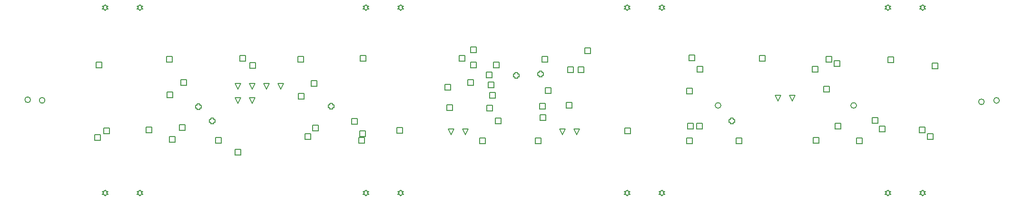
<source format=gbr>
G04*
G04 #@! TF.GenerationSoftware,Altium Limited,Altium Designer,24.10.1 (45)*
G04*
G04 Layer_Color=2752767*
%FSLAX25Y25*%
%MOIN*%
G70*
G04*
G04 #@! TF.SameCoordinates,3C39243C-CA6B-4253-8BA6-19DEFFBB94D5*
G04*
G04*
G04 #@! TF.FilePolarity,Positive*
G04*
G01*
G75*
%ADD45C,0.00500*%
%ADD46C,0.00667*%
D45*
X549500Y58500D02*
X547500Y62500D01*
X551500D01*
X549500Y58500D01*
X539500D02*
X537500Y62500D01*
X541500D01*
X539500Y58500D01*
X398500Y35000D02*
X396500Y39000D01*
X400500D01*
X398500Y35000D01*
X388500D02*
X386500Y39000D01*
X390500D01*
X388500Y35000D01*
X320500D02*
X318500Y39000D01*
X322500D01*
X320500Y35000D01*
X310500D02*
X308500Y39000D01*
X312500D01*
X310500Y35000D01*
X171000Y67000D02*
X169000Y71000D01*
X173000D01*
X171000Y67000D01*
X191000D02*
X189000Y71000D01*
X193000D01*
X191000Y67000D01*
X181000D02*
X179000Y71000D01*
X183000D01*
X181000Y67000D01*
X161000D02*
X159000Y71000D01*
X163000D01*
X161000Y67000D01*
Y57000D02*
X159000Y61000D01*
X163000D01*
X161000Y57000D01*
X171000D02*
X169000Y61000D01*
X173000D01*
X171000Y57000D01*
X640909Y122221D02*
X641909Y123221D01*
X642909D01*
X641909Y124221D01*
X642909Y125221D01*
X641909D01*
X640909Y126221D01*
X639909Y125221D01*
X638909D01*
X639909Y124221D01*
X638909Y123221D01*
X639909D01*
X640909Y122221D01*
X616500D02*
X617500Y123221D01*
X618500D01*
X617500Y124221D01*
X618500Y125221D01*
X617500D01*
X616500Y126221D01*
X615500Y125221D01*
X614500D01*
X615500Y124221D01*
X614500Y123221D01*
X615500D01*
X616500Y122221D01*
X640909Y-8095D02*
X641909Y-7095D01*
X642909D01*
X641909Y-6095D01*
X642909Y-5094D01*
X641909D01*
X640909Y-4095D01*
X639909Y-5094D01*
X638909D01*
X639909Y-6095D01*
X638909Y-7095D01*
X639909D01*
X640909Y-8095D01*
X616500D02*
X617500Y-7095D01*
X618500D01*
X617500Y-6095D01*
X618500Y-5094D01*
X617500D01*
X616500Y-4095D01*
X615500Y-5094D01*
X614500D01*
X615500Y-6095D01*
X614500Y-7095D01*
X615500D01*
X616500Y-8095D01*
X458079D02*
X459079Y-7095D01*
X460079D01*
X459079Y-6095D01*
X460079Y-5094D01*
X459079D01*
X458079Y-4095D01*
X457079Y-5094D01*
X456079D01*
X457079Y-6095D01*
X456079Y-7095D01*
X457079D01*
X458079Y-8095D01*
X433669D02*
X434669Y-7095D01*
X435669D01*
X434669Y-6095D01*
X435669Y-5094D01*
X434669D01*
X433669Y-4095D01*
X432669Y-5094D01*
X431669D01*
X432669Y-6095D01*
X431669Y-7095D01*
X432669D01*
X433669Y-8095D01*
X458079Y122221D02*
X459079Y123221D01*
X460079D01*
X459079Y124221D01*
X460079Y125221D01*
X459079D01*
X458079Y126221D01*
X457079Y125221D01*
X456079D01*
X457079Y124221D01*
X456079Y123221D01*
X457079D01*
X458079Y122221D01*
X433669D02*
X434669Y123221D01*
X435669D01*
X434669Y124221D01*
X435669Y125221D01*
X434669D01*
X433669Y126221D01*
X432669Y125221D01*
X431669D01*
X432669Y124221D01*
X431669Y123221D01*
X432669D01*
X433669Y122221D01*
X275244Y-8095D02*
X276244Y-7095D01*
X277244D01*
X276244Y-6095D01*
X277244Y-5094D01*
X276244D01*
X275244Y-4095D01*
X274244Y-5094D01*
X273244D01*
X274244Y-6095D01*
X273244Y-7095D01*
X274244D01*
X275244Y-8095D01*
X250835D02*
X251835Y-7095D01*
X252835D01*
X251835Y-6095D01*
X252835Y-5094D01*
X251835D01*
X250835Y-4095D01*
X249835Y-5094D01*
X248835D01*
X249835Y-6095D01*
X248835Y-7095D01*
X249835D01*
X250835Y-8095D01*
X275244Y122221D02*
X276244Y123221D01*
X277244D01*
X276244Y124221D01*
X277244Y125221D01*
X276244D01*
X275244Y126221D01*
X274244Y125221D01*
X273244D01*
X274244Y124221D01*
X273244Y123221D01*
X274244D01*
X275244Y122221D01*
X250835D02*
X251835Y123221D01*
X252835D01*
X251835Y124221D01*
X252835Y125221D01*
X251835D01*
X250835Y126221D01*
X249835Y125221D01*
X248835D01*
X249835Y124221D01*
X248835Y123221D01*
X249835D01*
X250835Y122221D01*
X92409Y-8095D02*
X93409Y-7095D01*
X94409D01*
X93409Y-6095D01*
X94409Y-5094D01*
X93409D01*
X92409Y-4095D01*
X91409Y-5094D01*
X90409D01*
X91409Y-6095D01*
X90409Y-7095D01*
X91409D01*
X92409Y-8095D01*
X68000D02*
X69000Y-7095D01*
X70000D01*
X69000Y-6095D01*
X70000Y-5094D01*
X69000D01*
X68000Y-4095D01*
X67000Y-5094D01*
X66000D01*
X67000Y-6095D01*
X66000Y-7095D01*
X67000D01*
X68000Y-8095D01*
X92409Y122221D02*
X93409Y123221D01*
X94409D01*
X93409Y124221D01*
X94409Y125221D01*
X93409D01*
X92409Y126221D01*
X91409Y125221D01*
X90409D01*
X91409Y124221D01*
X90409Y123221D01*
X91409D01*
X92409Y122221D01*
X68000D02*
X69000Y123221D01*
X70000D01*
X69000Y124221D01*
X70000Y125221D01*
X69000D01*
X68000Y126221D01*
X67000Y125221D01*
X66000D01*
X67000Y124221D01*
X66000Y123221D01*
X67000D01*
X68000Y122221D01*
X341500Y42500D02*
Y46500D01*
X345500D01*
Y42500D01*
X341500D01*
X605445Y43087D02*
Y47087D01*
X609445D01*
Y43087D01*
X605445D01*
X506000Y43500D02*
Y42500D01*
X508000D01*
Y43500D01*
X509000D01*
Y45500D01*
X508000D01*
Y46500D01*
X506000D01*
Y45500D01*
X505000D01*
Y43500D01*
X506000D01*
X404000Y92000D02*
Y96000D01*
X408000D01*
Y92000D01*
X404000D01*
X399500Y78500D02*
Y82500D01*
X403500D01*
Y78500D01*
X399500D01*
X392000D02*
Y82500D01*
X396000D01*
Y78500D01*
X392000D01*
X337500Y60500D02*
Y64500D01*
X341500D01*
Y60500D01*
X337500D01*
X340000Y82000D02*
Y86000D01*
X344000D01*
Y82000D01*
X340000D01*
X324000D02*
Y86000D01*
X328000D01*
Y82000D01*
X324000D01*
X225500Y54000D02*
Y53000D01*
X227500D01*
Y54000D01*
X228500D01*
Y56000D01*
X227500D01*
Y57000D01*
X225500D01*
Y56000D01*
X224500D01*
Y54000D01*
X225500D01*
X142000Y43500D02*
Y42500D01*
X144000D01*
Y43500D01*
X145000D01*
Y45500D01*
X144000D01*
Y46500D01*
X142000D01*
Y45500D01*
X141000D01*
Y43500D01*
X142000D01*
X132500Y53500D02*
Y52500D01*
X134500D01*
Y53500D01*
X135500D01*
Y55500D01*
X134500D01*
Y56500D01*
X132500D01*
Y55500D01*
X131500D01*
Y53500D01*
X132500D01*
X482741Y78909D02*
Y82909D01*
X486741D01*
Y78909D01*
X482741D01*
X307500Y52000D02*
Y56000D01*
X311500D01*
Y52000D01*
X307500D01*
X111000Y86000D02*
Y90000D01*
X115000D01*
Y86000D01*
X111000D01*
X169500Y81500D02*
Y85500D01*
X173500D01*
Y81500D01*
X169500D01*
X246866Y86587D02*
Y90587D01*
X250866D01*
Y86587D01*
X246866D01*
X306056Y66373D02*
Y70373D01*
X310056D01*
Y66373D01*
X306056D01*
X526500Y86500D02*
Y90500D01*
X530500D01*
Y86500D01*
X526500D01*
X391000Y53500D02*
Y57500D01*
X395000D01*
Y53500D01*
X391000D01*
X372943Y44943D02*
Y48943D01*
X376943D01*
Y44943D01*
X372943D01*
X372500Y53000D02*
Y57000D01*
X376500D01*
Y53000D01*
X372500D01*
X579500Y39000D02*
Y43000D01*
X583500D01*
Y39000D01*
X579500D01*
X482460D02*
Y43000D01*
X486460D01*
Y39000D01*
X482460D01*
X476000D02*
Y43000D01*
X480000D01*
Y39000D01*
X476000D01*
X272457Y36000D02*
Y40000D01*
X276457D01*
Y36000D01*
X272457D01*
X213500Y37500D02*
Y41500D01*
X217500D01*
Y37500D01*
X213500D01*
X67181Y35606D02*
Y39606D01*
X71181D01*
Y35606D01*
X67181D01*
X563500Y79000D02*
Y83000D01*
X567500D01*
Y79000D01*
X563500D01*
X159000Y20500D02*
Y24500D01*
X163000D01*
Y20500D01*
X159000D01*
X162500Y86500D02*
Y90500D01*
X166500D01*
Y86500D01*
X162500D01*
X240961Y42299D02*
Y46299D01*
X244961D01*
Y42299D01*
X240961D01*
X120000Y38000D02*
Y42000D01*
X124000D01*
Y38000D01*
X120000D01*
X96709Y36394D02*
Y40394D01*
X100709D01*
Y36394D01*
X96709D01*
X113000Y29500D02*
Y33500D01*
X117000D01*
Y29500D01*
X113000D01*
X208000Y31500D02*
Y35500D01*
X212000D01*
Y31500D01*
X208000D01*
X245685Y28913D02*
Y32913D01*
X249685D01*
Y28913D01*
X245685D01*
X246472Y33638D02*
Y37638D01*
X250472D01*
Y33638D01*
X246472D01*
X647571Y81276D02*
Y85276D01*
X651571D01*
Y81276D01*
X647571D01*
X644028Y31669D02*
Y35669D01*
X648028D01*
Y31669D01*
X644028D01*
X60882Y30882D02*
Y34882D01*
X64882D01*
Y30882D01*
X60882D01*
X61669Y82063D02*
Y86063D01*
X65669D01*
Y82063D01*
X61669D01*
X145500Y29000D02*
Y33000D01*
X149500D01*
Y29000D01*
X145500D01*
X475500Y28500D02*
Y32500D01*
X479500D01*
Y28500D01*
X475500D01*
X616468Y85606D02*
Y89606D01*
X620469D01*
Y85606D01*
X616468D01*
X564000Y29000D02*
Y33000D01*
X568000D01*
Y29000D01*
X564000D01*
X594500Y28500D02*
Y32500D01*
X598500D01*
Y28500D01*
X594500D01*
X510000D02*
Y32500D01*
X514000D01*
Y28500D01*
X510000D01*
X376500Y64000D02*
Y68000D01*
X380500D01*
Y64000D01*
X376500D01*
X372000Y76500D02*
Y75500D01*
X374000D01*
Y76500D01*
X375000D01*
Y78500D01*
X374000D01*
Y79500D01*
X372000D01*
Y78500D01*
X371000D01*
Y76500D01*
X372000D01*
X374000Y86000D02*
Y90000D01*
X378000D01*
Y86000D01*
X374000D01*
X369500Y28500D02*
Y32500D01*
X373500D01*
Y28500D01*
X369500D01*
X330500D02*
Y32500D01*
X334500D01*
Y28500D01*
X330500D01*
X355000Y75500D02*
Y74500D01*
X357000D01*
Y75500D01*
X358000D01*
Y77500D01*
X357000D01*
Y78500D01*
X355000D01*
Y77500D01*
X354000D01*
Y75500D01*
X355000D01*
X316000Y86500D02*
Y90500D01*
X320000D01*
Y86500D01*
X316000D01*
X324000Y92500D02*
Y96500D01*
X328000D01*
Y92500D01*
X324000D01*
X335000Y75000D02*
Y79000D01*
X339000D01*
Y75000D01*
X335000D01*
X335500Y51500D02*
Y55500D01*
X339500D01*
Y51500D01*
X335500D01*
X336444Y68000D02*
Y72000D01*
X340444D01*
Y68000D01*
X336444D01*
X322213Y69500D02*
Y73500D01*
X326213D01*
Y69500D01*
X322213D01*
X638516Y36394D02*
Y40394D01*
X642516D01*
Y36394D01*
X638516D01*
X610563Y36787D02*
Y40787D01*
X614563D01*
Y36787D01*
X610563D01*
X573000Y86000D02*
Y90000D01*
X577000D01*
Y86000D01*
X573000D01*
X571500Y65000D02*
Y69000D01*
X575500D01*
Y65000D01*
X571500D01*
X578707Y82824D02*
Y86824D01*
X582707D01*
Y82824D01*
X578707D01*
X477000Y87000D02*
Y91000D01*
X481000D01*
Y87000D01*
X477000D01*
X432188Y35481D02*
Y39481D01*
X436188D01*
Y35481D01*
X432188D01*
X475500Y63500D02*
Y67500D01*
X479500D01*
Y63500D01*
X475500D01*
X203000Y86000D02*
Y90000D01*
X207000D01*
Y86000D01*
X203000D01*
X203500Y60000D02*
Y64000D01*
X207500D01*
Y60000D01*
X203500D01*
X212500Y69000D02*
Y73000D01*
X216500D01*
Y69000D01*
X212500D01*
X111500Y61000D02*
Y65000D01*
X115500D01*
Y61000D01*
X111500D01*
X121000Y69500D02*
Y73500D01*
X125000D01*
Y69500D01*
X121000D01*
D46*
X499500Y55500D02*
G03*
X499500Y55500I-2000J0D01*
G01*
X26000Y59043D02*
G03*
X26000Y59043I-2000J0D01*
G01*
X15914Y59500D02*
G03*
X15914Y59500I-2000J0D01*
G01*
X684000Y58000D02*
G03*
X684000Y58000I-2000J0D01*
G01*
X694586Y59000D02*
G03*
X694586Y59000I-2000J0D01*
G01*
X594500Y55500D02*
G03*
X594500Y55500I-2000J0D01*
G01*
M02*

</source>
